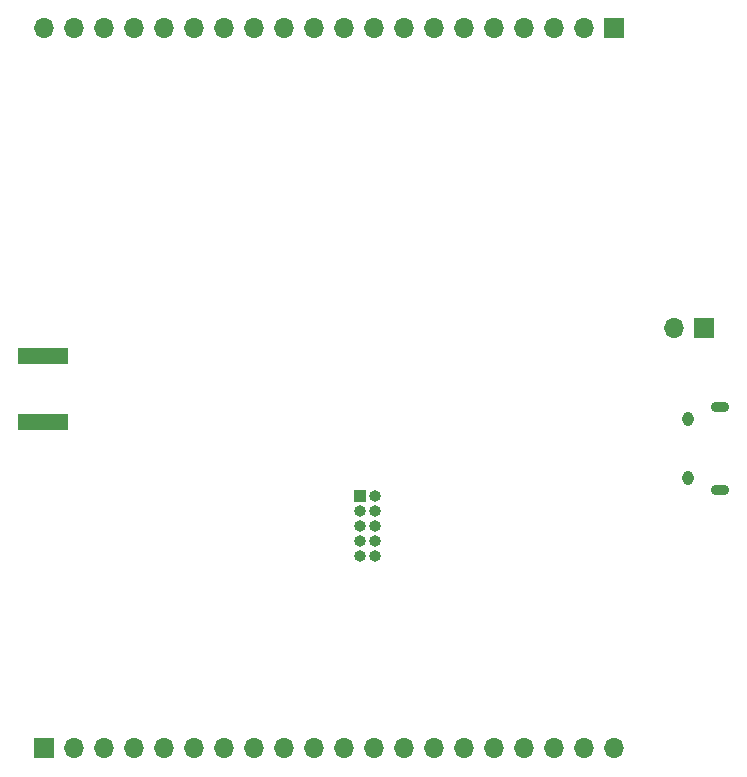
<source format=gbr>
%TF.GenerationSoftware,KiCad,Pcbnew,(6.0.6)*%
%TF.CreationDate,2022-07-05T16:05:39+02:00*%
%TF.ProjectId,kicad_rfm95_breakout_board_V4,6b696361-645f-4726-966d-39355f627265,rev?*%
%TF.SameCoordinates,Original*%
%TF.FileFunction,Soldermask,Bot*%
%TF.FilePolarity,Negative*%
%FSLAX46Y46*%
G04 Gerber Fmt 4.6, Leading zero omitted, Abs format (unit mm)*
G04 Created by KiCad (PCBNEW (6.0.6)) date 2022-07-05 16:05:39*
%MOMM*%
%LPD*%
G01*
G04 APERTURE LIST*
%ADD10R,1.700000X1.700000*%
%ADD11O,1.700000X1.700000*%
%ADD12O,1.550000X0.890000*%
%ADD13O,0.950000X1.250000*%
%ADD14R,4.200000X1.350000*%
%ADD15R,1.000000X1.000000*%
%ADD16O,1.000000X1.000000*%
G04 APERTURE END LIST*
D10*
%TO.C,J3*%
X86360000Y-129540000D03*
D11*
X88900000Y-129540000D03*
X91440000Y-129540000D03*
X93980000Y-129540000D03*
X96520000Y-129540000D03*
X99060000Y-129540000D03*
X101600000Y-129540000D03*
X104140000Y-129540000D03*
X106680000Y-129540000D03*
X109220000Y-129540000D03*
X111760000Y-129540000D03*
X114300000Y-129540000D03*
X116840000Y-129540000D03*
X119380000Y-129540000D03*
X121920000Y-129540000D03*
X124460000Y-129540000D03*
X127000000Y-129540000D03*
X129540000Y-129540000D03*
X132080000Y-129540000D03*
X134620000Y-129540000D03*
%TD*%
D12*
%TO.C,J1*%
X143540000Y-100640000D03*
X143540000Y-107640000D03*
D13*
X140840000Y-106640000D03*
X140840000Y-101640000D03*
%TD*%
D10*
%TO.C,J5*%
X142240000Y-93980000D03*
D11*
X139700000Y-93980000D03*
%TD*%
D14*
%TO.C,J2*%
X86200000Y-101925000D03*
X86200000Y-96275000D03*
%TD*%
D10*
%TO.C,J4*%
X134620000Y-68580000D03*
D11*
X132080000Y-68580000D03*
X129540000Y-68580000D03*
X127000000Y-68580000D03*
X124460000Y-68580000D03*
X121920000Y-68580000D03*
X119380000Y-68580000D03*
X116840000Y-68580000D03*
X114300000Y-68580000D03*
X111760000Y-68580000D03*
X109220000Y-68580000D03*
X106680000Y-68580000D03*
X104140000Y-68580000D03*
X101600000Y-68580000D03*
X99060000Y-68580000D03*
X96520000Y-68580000D03*
X93980000Y-68580000D03*
X91440000Y-68580000D03*
X88900000Y-68580000D03*
X86360000Y-68580000D03*
%TD*%
D15*
%TO.C,J6*%
X113075000Y-108150000D03*
D16*
X114345000Y-108150000D03*
X113075000Y-109420000D03*
X114345000Y-109420000D03*
X113075000Y-110690000D03*
X114345000Y-110690000D03*
X113075000Y-111960000D03*
X114345000Y-111960000D03*
X113075000Y-113230000D03*
X114345000Y-113230000D03*
%TD*%
M02*

</source>
